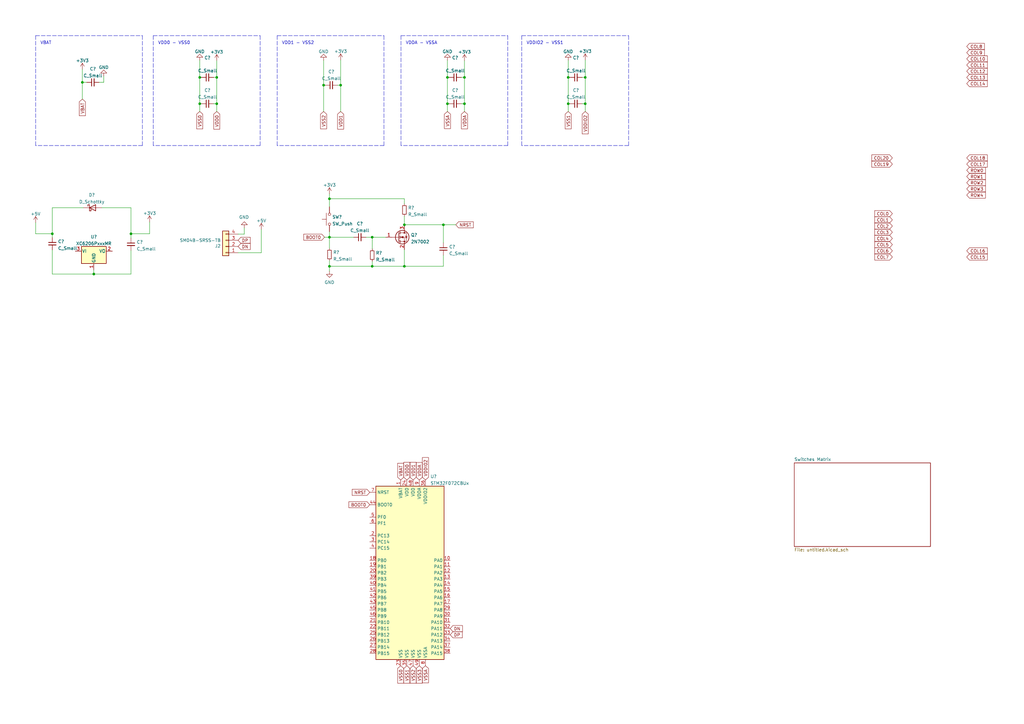
<source format=kicad_sch>
(kicad_sch (version 20211123) (generator eeschema)
  (paper "A3")
  (lib_symbols
    (symbol "Connector_Generic:Conn_01x04" (pin_names (offset 1.016) hide)
      (property "Reference" "J" (at 0 5.08 0))
      (property "Value" "Conn_01x04" (at 0 -7.62 0))
      (symbol "Conn_01x04_1_1"
        (rectangle (start -1.27 -4.953) (end 0 -5.207) (stroke (width 0.1524)))
        (rectangle (start -1.27 -2.413) (end 0 -2.667) (stroke (width 0.1524)))
        (rectangle (start -1.27 0.127) (end 0 -0.127) (stroke (width 0.1524)))
        (rectangle (start -1.27 2.667) (end 0 2.413) (stroke (width 0.1524)))
        (rectangle (start -1.27 3.81) (end 1.27 -6.35) (stroke (width 0.254)) (fill (type background)))
        (pin passive line (at -5.08 2.54 0) (length 3.81) (name "Pin_1") (number "1"))
        (pin passive line (at -5.08 0 0) (length 3.81) (name "Pin_2") (number "2"))
        (pin passive line (at -5.08 -2.54 0) (length 3.81) (name "Pin_3") (number "3"))
        (pin passive line (at -5.08 -5.08 0) (length 3.81) (name "Pin_4") (number "4"))
      )
    )
    (symbol "Device:C_Small" (pin_numbers hide) (pin_names (offset 0.254) hide)
      (property "Reference" "C" (at 0.254 1.778 0))
      (property "Value" "C_Small" (at 0.254 -2.032 0))
      (symbol "C_Small_0_1"
        (polyline (pts (xy -1.524 -0.508) (xy 1.524 -0.508)) (stroke (width 0.3302)))
        (polyline (pts (xy -1.524 0.508) (xy 1.524 0.508)) (stroke (width 0.3048)))
      )
      (symbol "C_Small_1_1"
        (pin passive line (at 0 2.54 270) (length 2.032) (name "~") (number "1"))
        (pin passive line (at 0 -2.54 90) (length 2.032) (name "~") (number "2"))
      )
    )
    (symbol "Device:D_Schottky" (pin_numbers hide) (pin_names (offset 1.016) hide)
      (property "Reference" "D" (at 0 2.54 0))
      (property "Value" "D_Schottky" (at 0 -2.54 0))
      (symbol "D_Schottky_0_1"
        (polyline (pts (xy 1.27 0) (xy -1.27 0)))
        (polyline (pts (xy 1.27 1.27) (xy 1.27 -1.27) (xy -1.27 0) (xy 1.27 1.27)) (stroke (width 0.254)))
        (polyline (pts (xy -1.905 0.635) (xy -1.905 1.27) (xy -1.27 1.27) (xy -1.27 -1.27) (xy -0.635 -1.27) (xy -0.635 -0.635)) (stroke (width 0.254)))
      )
      (symbol "D_Schottky_1_1"
        (pin passive line (at -3.81 0 0) (length 2.54) (name "K") (number "1"))
        (pin passive line (at 3.81 0 180) (length 2.54) (name "A") (number "2"))
      )
    )
    (symbol "Device:R_Small" (pin_numbers hide) (pin_names (offset 0.254) hide)
      (property "Reference" "R" (at 0.762 0.508 0))
      (property "Value" "R_Small" (at 0.762 -1.016 0))
      (symbol "R_Small_0_1"
        (rectangle (start -0.762 1.778) (end 0.762 -1.778) (stroke (width 0.2032)))
      )
      (symbol "R_Small_1_1"
        (pin passive line (at 0 2.54 270) (length 0.762) (name "~") (number "1"))
        (pin passive line (at 0 -2.54 90) (length 0.762) (name "~") (number "2"))
      )
    )
    (symbol "MCU_ST_STM32F0:STM32F072CBUx"
      (property "Reference" "U" (at -15.24 36.83 0))
      (property "Value" "STM32F072CBUx" (at 7.62 36.83 0))
      (symbol "STM32F072CBUx_0_1"
        (rectangle (start -15.24 -35.56) (end 12.7 35.56) (stroke (width 0.254)) (fill (type background)))
      )
      (symbol "STM32F072CBUx_1_1"
        (pin power_in line (at -5.08 38.1 270) (length 2.54) (name "VBAT") (number "1"))
        (pin bidirectional line (at 15.24 5.08 180) (length 2.54) (name "PA0") (number "10"))
        (pin bidirectional line (at 15.24 2.54 180) (length 2.54) (name "PA1") (number "11"))
        (pin bidirectional line (at 15.24 0 180) (length 2.54) (name "PA2") (number "12"))
        (pin bidirectional line (at 15.24 -2.54 180) (length 2.54) (name "PA3") (number "13"))
        (pin bidirectional line (at 15.24 -5.08 180) (length 2.54) (name "PA4") (number "14"))
        (pin bidirectional line (at 15.24 -7.62 180) (length 2.54) (name "PA5") (number "15"))
        (pin bidirectional line (at 15.24 -10.16 180) (length 2.54) (name "PA6") (number "16"))
        (pin bidirectional line (at 15.24 -12.7 180) (length 2.54) (name "PA7") (number "17"))
        (pin bidirectional line (at -17.78 5.08 0) (length 2.54) (name "PB0") (number "18"))
        (pin bidirectional line (at -17.78 2.54 0) (length 2.54) (name "PB1") (number "19"))
        (pin bidirectional line (at -17.78 15.24 0) (length 2.54) (name "PC13") (number "2"))
        (pin bidirectional line (at -17.78 0 0) (length 2.54) (name "PB2") (number "20"))
        (pin bidirectional line (at -17.78 -20.32 0) (length 2.54) (name "PB10") (number "21"))
        (pin bidirectional line (at -17.78 -22.86 0) (length 2.54) (name "PB11") (number "22"))
        (pin power_in line (at -5.08 -38.1 90) (length 2.54) (name "VSS") (number "23"))
        (pin power_in line (at -2.54 38.1 270) (length 2.54) (name "VDD") (number "24"))
        (pin bidirectional line (at -17.78 -25.4 0) (length 2.54) (name "PB12") (number "25"))
        (pin bidirectional line (at -17.78 -27.94 0) (length 2.54) (name "PB13") (number "26"))
        (pin bidirectional line (at -17.78 -30.48 0) (length 2.54) (name "PB14") (number "27"))
        (pin bidirectional line (at -17.78 -33.02 0) (length 2.54) (name "PB15") (number "28"))
        (pin bidirectional line (at 15.24 -15.24 180) (length 2.54) (name "PA8") (number "29"))
        (pin bidirectional line (at -17.78 12.7 0) (length 2.54) (name "PC14") (number "3"))
        (pin bidirectional line (at 15.24 -17.78 180) (length 2.54) (name "PA9") (number "30"))
        (pin bidirectional line (at 15.24 -20.32 180) (length 2.54) (name "PA10") (number "31"))
        (pin bidirectional line (at 15.24 -22.86 180) (length 2.54) (name "PA11") (number "32"))
        (pin bidirectional line (at 15.24 -25.4 180) (length 2.54) (name "PA12") (number "33"))
        (pin bidirectional line (at 15.24 -27.94 180) (length 2.54) (name "PA13") (number "34"))
        (pin power_in line (at -2.54 -38.1 90) (length 2.54) (name "VSS") (number "35"))
        (pin power_in line (at 5.08 38.1 270) (length 2.54) (name "VDDIO2") (number "36"))
        (pin bidirectional line (at 15.24 -30.48 180) (length 2.54) (name "PA14") (number "37"))
        (pin bidirectional line (at 15.24 -33.02 180) (length 2.54) (name "PA15") (number "38"))
        (pin bidirectional line (at -17.78 -2.54 0) (length 2.54) (name "PB3") (number "39"))
        (pin bidirectional line (at -17.78 10.16 0) (length 2.54) (name "PC15") (number "4"))
        (pin bidirectional line (at -17.78 -5.08 0) (length 2.54) (name "PB4") (number "40"))
        (pin bidirectional line (at -17.78 -7.62 0) (length 2.54) (name "PB5") (number "41"))
        (pin bidirectional line (at -17.78 -10.16 0) (length 2.54) (name "PB6") (number "42"))
        (pin bidirectional line (at -17.78 -12.7 0) (length 2.54) (name "PB7") (number "43"))
        (pin input line (at -17.78 27.94 0) (length 2.54) (name "BOOT0") (number "44"))
        (pin bidirectional line (at -17.78 -15.24 0) (length 2.54) (name "PB8") (number "45"))
        (pin bidirectional line (at -17.78 -17.78 0) (length 2.54) (name "PB9") (number "46"))
        (pin power_in line (at 0 -38.1 90) (length 2.54) (name "VSS") (number "47"))
        (pin power_in line (at 0 38.1 270) (length 2.54) (name "VDD") (number "48"))
        (pin power_in line (at 2.54 -38.1 90) (length 2.54) (name "VSS") (number "49"))
        (pin input line (at -17.78 22.86 0) (length 2.54) (name "PF0") (number "5"))
        (pin input line (at -17.78 20.32 0) (length 2.54) (name "PF1") (number "6"))
        (pin input line (at -17.78 33.02 0) (length 2.54) (name "NRST") (number "7"))
        (pin power_in line (at 5.08 -38.1 90) (length 2.54) (name "VSSA") (number "8"))
        (pin power_in line (at 2.54 38.1 270) (length 2.54) (name "VDDA") (number "9"))
      )
    )
    (symbol "Regulator_Linear:XC6206PxxxMR" (pin_names (offset 0.254))
      (property "Reference" "U" (at -3.81 3.175 0))
      (property "Value" "XC6206PxxxMR" (at 0 3.175 0))
      (symbol "XC6206PxxxMR_0_1"
        (rectangle (start -5.08 1.905) (end 5.08 -5.08) (stroke (width 0.254)) (fill (type background)))
      )
      (symbol "XC6206PxxxMR_1_1"
        (pin power_in line (at 0 -7.62 90) (length 2.54) (name "GND") (number "1"))
        (pin power_out line (at 7.62 0 180) (length 2.54) (name "VO") (number "2"))
        (pin power_in line (at -7.62 0 0) (length 2.54) (name "VI") (number "3"))
      )
    )
    (symbol "Switch:SW_Push" (pin_numbers hide) (pin_names (offset 1.016) hide)
      (property "Reference" "SW" (at 1.27 2.54 0))
      (property "Value" "SW_Push" (at 0 -1.524 0))
      (symbol "SW_Push_0_1"
        (circle (center -2.032 0) (radius 0.508))
        (polyline (pts (xy 0 1.27) (xy 0 3.048)))
        (polyline (pts (xy 2.54 1.27) (xy -2.54 1.27)))
        (circle (center 2.032 0) (radius 0.508))
        (pin passive line (at -5.08 0 0) (length 2.54) (name "1") (number "1"))
        (pin passive line (at 5.08 0 180) (length 2.54) (name "2") (number "2"))
      )
    )
    (symbol "Transistor_FET:2N7002" (pin_names hide)
      (property "Reference" "Q" (at 5.08 1.905 0))
      (property "Value" "2N7002" (at 5.08 0 0))
      (symbol "2N7002_0_1"
        (polyline (pts (xy 0.254 0) (xy -2.54 0)))
        (polyline (pts (xy 0.254 1.905) (xy 0.254 -1.905)) (stroke (width 0.254)))
        (polyline (pts (xy 0.762 -1.27) (xy 0.762 -2.286)) (stroke (width 0.254)))
        (polyline (pts (xy 0.762 0.508) (xy 0.762 -0.508)) (stroke (width 0.254)))
        (polyline (pts (xy 0.762 2.286) (xy 0.762 1.27)) (stroke (width 0.254)))
        (polyline (pts (xy 2.54 2.54) (xy 2.54 1.778)))
        (polyline (pts (xy 2.54 -2.54) (xy 2.54 0) (xy 0.762 0)))
        (polyline (pts (xy 0.762 -1.778) (xy 3.302 -1.778) (xy 3.302 1.778) (xy 0.762 1.778)))
        (polyline (pts (xy 1.016 0) (xy 2.032 0.381) (xy 2.032 -0.381) (xy 1.016 0)) (fill (type outline)))
        (polyline (pts (xy 2.794 0.508) (xy 2.921 0.381) (xy 3.683 0.381) (xy 3.81 0.254)))
        (polyline (pts (xy 3.302 0.381) (xy 2.921 -0.254) (xy 3.683 -0.254) (xy 3.302 0.381)))
        (circle (center 1.651 0) (radius 2.794) (stroke (width 0.254)))
        (circle (center 2.54 -1.778) (radius 0.254) (fill (type outline)))
        (circle (center 2.54 1.778) (radius 0.254) (fill (type outline)))
      )
      (symbol "2N7002_1_1"
        (pin input line (at -5.08 0 0) (length 2.54) (name "G") (number "1"))
        (pin passive line (at 2.54 -5.08 90) (length 2.54) (name "S") (number "2"))
        (pin passive line (at 2.54 5.08 270) (length 2.54) (name "D") (number "3"))
      )
    )
    (symbol "power:+3.3V" (power) (pin_names (offset 0))
      (property "Value" "+3.3V" (at 0 3.556 0))
      (symbol "+3.3V_0_1"
        (polyline (pts (xy -0.762 1.27) (xy 0 2.54)))
        (polyline (pts (xy 0 0) (xy 0 2.54)))
        (polyline (pts (xy 0 2.54) (xy 0.762 1.27)))
      )
      (symbol "+3.3V_1_1"
        (pin power_in line (at 0 0 90) (length 0) hide (name "+3V3") (number "1"))
      )
    )
    (symbol "power:+5V" (power) (pin_names (offset 0))
      (property "Value" "+5V" (at 0 3.556 0))
      (symbol "+5V_0_1"
        (polyline (pts (xy -0.762 1.27) (xy 0 2.54)))
        (polyline (pts (xy 0 0) (xy 0 2.54)))
        (polyline (pts (xy 0 2.54) (xy 0.762 1.27)))
      )
      (symbol "+5V_1_1"
        (pin power_in line (at 0 0 90) (length 0) hide (name "+5V") (number "1"))
      )
    )
    (symbol "power:GND" (power) (pin_names (offset 0))
      (property "Value" "GND" (at 0 -3.81 0))
      (symbol "GND_0_1"
        (polyline (pts (xy 0 0) (xy 0 -1.27) (xy 1.27 -1.27) (xy 0 -2.54) (xy -1.27 -1.27) (xy 0 -1.27)))
      )
      (symbol "GND_1_1"
        (pin power_in line (at 0 0 270) (length 0) hide (name "GND") (number "1"))
      )
    )
  )
  (junction (at 135.128 97.282))
  (junction (at 132.715 34.925))
  (junction (at 233.045 31.75))
  (junction (at 88.9 31.75))
  (junction (at 53.721 95.885))
  (junction (at 233.045 42.545))
  (junction (at 152.654 97.282))
  (junction (at 88.9 42.545))
  (junction (at 190.5 31.75))
  (junction (at 33.782 33.782))
  (junction (at 81.915 31.75))
  (junction (at 81.915 42.545))
  (junction (at 135.128 81.534))
  (junction (at 38.481 112.395))
  (junction (at 240.03 42.545))
  (junction (at 183.515 31.75))
  (junction (at 165.862 109.22))
  (junction (at 183.515 42.545))
  (junction (at 181.864 92.202))
  (junction (at 190.5 42.545))
  (junction (at 152.654 109.22))
  (junction (at 135.128 109.22))
  (junction (at 240.03 31.75))
  (junction (at 165.862 92.202))
  (junction (at 139.7 34.925))
  (junction (at 21.463 95.885))
  (wire (pts (xy 53.721 95.885) (xy 53.721 85.217)))
  (wire (pts (xy 33.782 28.448) (xy 33.782 33.782)))
  (wire (pts (xy 240.03 24.638) (xy 240.03 31.75)))
  (polyline (pts (xy 208.28 14.605) (xy 208.28 59.69)))
  (polyline (pts (xy 14.605 59.69) (xy 14.605 14.605)))
  (polyline (pts (xy 257.81 59.69) (xy 213.995 59.69)))
  (wire (pts (xy 53.721 85.217) (xy 41.783 85.217)))
  (wire (pts (xy 100.203 96.012) (xy 100.203 93.472)))
  (wire (pts (xy 181.864 92.202) (xy 186.944 92.202)))
  (wire (pts (xy 61.341 91.059) (xy 61.341 95.885)))
  (wire (pts (xy 133.096 97.282) (xy 135.128 97.282)))
  (polyline (pts (xy 208.28 59.69) (xy 164.465 59.69)))
  (wire (pts (xy 21.463 112.395) (xy 38.481 112.395)))
  (polyline (pts (xy 213.995 14.605) (xy 257.81 14.605)))
  (wire (pts (xy 132.715 34.925) (xy 132.715 45.72)))
  (wire (pts (xy 138.43 34.925) (xy 139.7 34.925)))
  (wire (pts (xy 33.782 33.782) (xy 33.782 40.64)))
  (wire (pts (xy 183.515 31.75) (xy 183.515 42.545)))
  (wire (pts (xy 165.862 81.534) (xy 135.128 81.534)))
  (wire (pts (xy 81.915 24.765) (xy 81.915 31.75)))
  (wire (pts (xy 139.7 24.638) (xy 139.7 34.925)))
  (wire (pts (xy 233.045 42.545) (xy 233.045 45.72)))
  (polyline (pts (xy 113.665 59.69) (xy 113.665 14.605)))
  (polyline (pts (xy 157.48 59.69) (xy 113.665 59.69)))
  (wire (pts (xy 33.782 33.782) (xy 35.56 33.782)))
  (polyline (pts (xy 58.42 59.69) (xy 14.605 59.69)))
  (wire (pts (xy 81.915 42.545) (xy 82.55 42.545)))
  (wire (pts (xy 97.663 96.012) (xy 100.203 96.012)))
  (wire (pts (xy 233.045 42.545) (xy 233.68 42.545)))
  (wire (pts (xy 135.128 109.22) (xy 152.654 109.22)))
  (wire (pts (xy 21.463 102.489) (xy 21.463 112.395)))
  (wire (pts (xy 183.515 24.765) (xy 183.515 31.75)))
  (polyline (pts (xy 58.42 14.605) (xy 58.42 59.69)))
  (polyline (pts (xy 106.68 14.605) (xy 106.68 59.69)))
  (wire (pts (xy 233.045 31.75) (xy 233.045 42.545)))
  (wire (pts (xy 150.114 97.282) (xy 152.654 97.282)))
  (wire (pts (xy 34.163 85.217) (xy 21.463 85.217)))
  (polyline (pts (xy 164.465 59.69) (xy 164.465 14.605)))
  (wire (pts (xy 165.862 92.202) (xy 181.864 92.202)))
  (wire (pts (xy 135.128 97.282) (xy 135.128 101.854)))
  (wire (pts (xy 132.715 34.925) (xy 133.35 34.925)))
  (polyline (pts (xy 257.81 14.605) (xy 257.81 59.69)))
  (polyline (pts (xy 14.605 14.605) (xy 58.42 14.605)))
  (polyline (pts (xy 106.68 59.69) (xy 62.865 59.69)))
  (wire (pts (xy 81.915 31.75) (xy 82.55 31.75)))
  (wire (pts (xy 81.915 42.545) (xy 81.915 45.72)))
  (wire (pts (xy 135.128 109.22) (xy 135.128 111.252)))
  (wire (pts (xy 152.654 97.282) (xy 158.242 97.282)))
  (polyline (pts (xy 213.995 59.69) (xy 213.995 14.605)))
  (wire (pts (xy 135.128 106.934) (xy 135.128 109.22)))
  (wire (pts (xy 97.663 103.632) (xy 107.188 103.632)))
  (wire (pts (xy 53.721 97.663) (xy 53.721 95.885)))
  (wire (pts (xy 189.23 42.545) (xy 190.5 42.545)))
  (wire (pts (xy 183.515 42.545) (xy 183.515 45.72)))
  (wire (pts (xy 238.76 31.75) (xy 240.03 31.75)))
  (wire (pts (xy 181.864 109.22) (xy 165.862 109.22)))
  (wire (pts (xy 189.23 31.75) (xy 190.5 31.75)))
  (wire (pts (xy 238.76 42.545) (xy 240.03 42.545)))
  (wire (pts (xy 139.7 34.925) (xy 139.7 45.72)))
  (wire (pts (xy 190.5 31.75) (xy 190.5 42.545)))
  (wire (pts (xy 165.862 88.646) (xy 165.862 92.202)))
  (wire (pts (xy 152.654 97.282) (xy 152.654 102.108)))
  (wire (pts (xy 42.545 33.782) (xy 42.545 31.242)))
  (wire (pts (xy 135.128 81.534) (xy 135.128 84.836)))
  (polyline (pts (xy 157.48 14.605) (xy 157.48 59.69)))
  (wire (pts (xy 88.9 42.545) (xy 88.9 45.72)))
  (wire (pts (xy 14.605 95.885) (xy 21.463 95.885)))
  (polyline (pts (xy 62.865 14.605) (xy 106.68 14.605)))
  (wire (pts (xy 132.715 24.765) (xy 132.715 34.925)))
  (wire (pts (xy 181.864 104.648) (xy 181.864 109.22)))
  (wire (pts (xy 21.463 85.217) (xy 21.463 95.885)))
  (wire (pts (xy 135.128 79.502) (xy 135.128 81.534)))
  (wire (pts (xy 165.862 109.22) (xy 152.654 109.22)))
  (wire (pts (xy 81.915 31.75) (xy 81.915 42.545)))
  (wire (pts (xy 38.481 110.617) (xy 38.481 112.395)))
  (wire (pts (xy 181.864 92.202) (xy 181.864 99.568)))
  (wire (pts (xy 183.515 42.545) (xy 184.15 42.545)))
  (polyline (pts (xy 164.465 14.605) (xy 208.28 14.605)))
  (wire (pts (xy 87.63 31.75) (xy 88.9 31.75)))
  (wire (pts (xy 183.515 31.75) (xy 184.15 31.75)))
  (wire (pts (xy 107.188 103.632) (xy 107.188 94.107)))
  (wire (pts (xy 233.045 24.765) (xy 233.045 31.75)))
  (wire (pts (xy 165.862 83.566) (xy 165.862 81.534)))
  (wire (pts (xy 240.03 42.545) (xy 240.03 45.72)))
  (wire (pts (xy 40.64 33.782) (xy 42.545 33.782)))
  (wire (pts (xy 233.045 31.75) (xy 233.68 31.75)))
  (wire (pts (xy 190.5 24.892) (xy 190.5 31.75)))
  (wire (pts (xy 21.463 95.885) (xy 21.463 97.409)))
  (wire (pts (xy 135.128 94.996) (xy 135.128 97.282)))
  (polyline (pts (xy 62.865 59.69) (xy 62.865 14.605)))
  (wire (pts (xy 165.862 102.362) (xy 165.862 109.22)))
  (wire (pts (xy 88.9 24.892) (xy 88.9 31.75)))
  (wire (pts (xy 38.481 112.395) (xy 53.721 112.395)))
  (wire (pts (xy 53.721 112.395) (xy 53.721 102.743)))
  (wire (pts (xy 61.341 95.885) (xy 53.721 95.885)))
  (wire (pts (xy 14.605 91.313) (xy 14.605 95.885)))
  (polyline (pts (xy 113.665 14.605) (xy 157.48 14.605)))
  (wire (pts (xy 87.63 42.545) (xy 88.9 42.545)))
  (wire (pts (xy 135.128 97.282) (xy 145.034 97.282)))
  (wire (pts (xy 88.9 31.75) (xy 88.9 42.545)))
  (wire (pts (xy 190.5 42.545) (xy 190.5 45.72)))
  (wire (pts (xy 152.654 109.22) (xy 152.654 107.188)))
  (wire (pts (xy 240.03 31.75) (xy 240.03 42.545)))
  (text "VBAT" (at 16.51 18.415 0) (effects (font (size 1.27 1.27)) (justify left bottom)))
  (text "VDD0 - VSS0" (at 64.77 18.415 0) (effects (font (size 1.27 1.27)) (justify left bottom)))
  (text "VDD1 - VSS2" (at 115.57 18.415 0) (effects (font (size 1.27 1.27)) (justify left bottom)))
  (text "VDDA - VSSA" (at 166.37 18.415 0) (effects (font (size 1.27 1.27)) (justify left bottom)))
  (text "VDDIO2 - VSS1" (at 215.9 18.415 0) (effects (font (size 1.27 1.27)) (justify left bottom)))
  (global_label "VDD0" (shape input) (at 166.878 196.85 90) (property "Intersheet References" "${INTERSHEET_REFS}" (effects hide)))
  (global_label "COL14" (shape input) (at 396.494 34.29 0) (property "Intersheet References" "${INTERSHEET_REFS}" (effects hide)))
  (global_label "VDDA" (shape input) (at 171.958 196.85 90) (property "Intersheet References" "${INTERSHEET_REFS}" (effects hide)))
  (global_label "ROW1" (shape input) (at 396.494 72.39 0) (property "Intersheet References" "${INTERSHEET_REFS}" (effects hide)))
  (global_label "COL5" (shape input) (at 366.014 100.33 180) (property "Intersheet References" "${INTERSHEET_REFS}" (effects hide)))
  (global_label "VDD1" (shape input) (at 169.418 196.85 90) (property "Intersheet References" "${INTERSHEET_REFS}" (effects hide)))
  (global_label "NRST" (shape input) (at 151.638 201.93 180) (property "Intersheet References" "${INTERSHEET_REFS}" (effects hide)))
  (global_label "COL4" (shape input) (at 366.014 97.79 180) (property "Intersheet References" "${INTERSHEET_REFS}" (effects hide)))
  (global_label "COL10" (shape input) (at 396.494 24.13 0) (property "Intersheet References" "${INTERSHEET_REFS}" (effects hide)))
  (global_label "VDD1" (shape input) (at 139.7 45.72 270) (property "Intersheet References" "${INTERSHEET_REFS}" (effects hide)))
  (global_label "COL11" (shape input) (at 396.494 26.67 0) (property "Intersheet References" "${INTERSHEET_REFS}" (effects hide)))
  (global_label "VSSA" (shape input) (at 183.515 45.72 270) (property "Intersheet References" "${INTERSHEET_REFS}" (effects hide)))
  (global_label "COL19" (shape input) (at 366.014 67.31 180) (property "Intersheet References" "${INTERSHEET_REFS}" (effects hide)))
  (global_label "COL0" (shape input) (at 366.014 87.63 180) (property "Intersheet References" "${INTERSHEET_REFS}" (effects hide)))
  (global_label "VSS0" (shape input) (at 81.915 45.72 270) (property "Intersheet References" "${INTERSHEET_REFS}" (effects hide)))
  (global_label "VSS1" (shape input) (at 233.045 45.72 270) (property "Intersheet References" "${INTERSHEET_REFS}" (effects hide)))
  (global_label "ROW0" (shape input) (at 396.494 69.85 0) (property "Intersheet References" "${INTERSHEET_REFS}" (effects hide)))
  (global_label "COL15" (shape input) (at 396.494 105.41 0) (property "Intersheet References" "${INTERSHEET_REFS}" (effects hide)))
  (global_label "VDDIO2" (shape input) (at 174.498 196.85 90) (property "Intersheet References" "${INTERSHEET_REFS}" (effects hide)))
  (global_label "DN" (shape input) (at 97.663 101.092 0) (property "Intersheet References" "${INTERSHEET_REFS}" (effects hide)))
  (global_label "COL3" (shape input) (at 366.014 95.25 180) (property "Intersheet References" "${INTERSHEET_REFS}" (effects hide)))
  (global_label "COL16" (shape input) (at 396.494 102.87 0) (property "Intersheet References" "${INTERSHEET_REFS}" (effects hide)))
  (global_label "ROW3" (shape input) (at 396.494 77.47 0) (property "Intersheet References" "${INTERSHEET_REFS}" (effects hide)))
  (global_label "VSS2" (shape input) (at 132.715 45.72 270) (property "Intersheet References" "${INTERSHEET_REFS}" (effects hide)))
  (global_label "COL13" (shape input) (at 396.494 31.75 0) (property "Intersheet References" "${INTERSHEET_REFS}" (effects hide)))
  (global_label "DP" (shape input) (at 97.663 98.552 0) (property "Intersheet References" "${INTERSHEET_REFS}" (effects hide)))
  (global_label "NRST" (shape input) (at 186.944 92.202 0) (property "Intersheet References" "${INTERSHEET_REFS}" (effects hide)))
  (global_label "ROW2" (shape input) (at 396.494 74.93 0) (property "Intersheet References" "${INTERSHEET_REFS}" (effects hide)))
  (global_label "COL18" (shape input) (at 396.494 64.77 0) (property "Intersheet References" "${INTERSHEET_REFS}" (effects hide)))
  (global_label "COL7" (shape input) (at 366.014 105.41 180) (property "Intersheet References" "${INTERSHEET_REFS}" (effects hide)))
  (global_label "VBAT" (shape input) (at 33.782 40.64 270) (property "Intersheet References" "${INTERSHEET_REFS}" (effects hide)))
  (global_label "BOOT0" (shape input) (at 151.638 207.01 180) (property "Intersheet References" "${INTERSHEET_REFS}" (effects hide)))
  (global_label "VDD0" (shape input) (at 88.9 45.72 270) (property "Intersheet References" "${INTERSHEET_REFS}" (effects hide)))
  (global_label "COL8" (shape input) (at 396.494 19.05 0) (property "Intersheet References" "${INTERSHEET_REFS}" (effects hide)))
  (global_label "VDDIO2" (shape input) (at 240.03 45.72 270) (property "Intersheet References" "${INTERSHEET_REFS}" (effects hide)))
  (global_label "COL9" (shape input) (at 396.494 21.59 0) (property "Intersheet References" "${INTERSHEET_REFS}" (effects hide)))
  (global_label "COL2" (shape input) (at 366.014 92.71 180) (property "Intersheet References" "${INTERSHEET_REFS}" (effects hide)))
  (global_label "VSS0" (shape input) (at 164.338 273.05 270) (property "Intersheet References" "${INTERSHEET_REFS}" (effects hide)))
  (global_label "COL1" (shape input) (at 366.014 90.17 180) (property "Intersheet References" "${INTERSHEET_REFS}" (effects hide)))
  (global_label "COL17" (shape input) (at 396.494 67.31 0) (property "Intersheet References" "${INTERSHEET_REFS}" (effects hide)))
  (global_label "VSS3" (shape input) (at 171.958 273.05 270) (property "Intersheet References" "${INTERSHEET_REFS}" (effects hide)))
  (global_label "VSS1" (shape input) (at 166.878 273.05 270) (property "Intersheet References" "${INTERSHEET_REFS}" (effects hide)))
  (global_label "COL12" (shape input) (at 396.494 29.21 0) (property "Intersheet References" "${INTERSHEET_REFS}" (effects hide)))
  (global_label "VSSA" (shape input) (at 174.498 273.05 270) (property "Intersheet References" "${INTERSHEET_REFS}" (effects hide)))
  (global_label "BOOT0" (shape input) (at 133.096 97.282 180) (property "Intersheet References" "${INTERSHEET_REFS}" (effects hide)))
  (global_label "VSS2" (shape input) (at 169.418 273.05 270) (property "Intersheet References" "${INTERSHEET_REFS}" (effects hide)))
  (global_label "DP" (shape input) (at 184.658 260.35 0) (property "Intersheet References" "${INTERSHEET_REFS}" (effects hide)))
  (global_label "VBAT" (shape input) (at 164.338 196.85 90) (property "Intersheet References" "${INTERSHEET_REFS}" (effects hide)))
  (global_label "COL6" (shape input) (at 366.014 102.87 180) (property "Intersheet References" "${INTERSHEET_REFS}" (effects hide)))
  (global_label "COL20" (shape input) (at 366.014 64.77 180) (property "Intersheet References" "${INTERSHEET_REFS}" (effects hide)))
  (global_label "DN" (shape input) (at 184.658 257.81 0) (property "Intersheet References" "${INTERSHEET_REFS}" (effects hide)))
  (global_label "ROW4" (shape input) (at 396.494 80.01 0) (property "Intersheet References" "${INTERSHEET_REFS}" (effects hide)))
  (global_label "VDDA" (shape input) (at 190.5 45.72 270) (property "Intersheet References" "${INTERSHEET_REFS}" (effects hide)))
  (symbol (lib_id "Switch:SW_Push") (at 135.128 89.916 90) (unit 1)
    (property "Reference" "SW?" (at 136.271 89.0075 90) (effects (justify right)))
    (property "Value" "SW_Push" (at 136.271 91.7826 90) (effects (justify right)))
  )
  (symbol (lib_id "Connector_Generic:Conn_01x04") (at 92.583 101.092 180) (unit 1)
    (property "Reference" "J2" (at 90.551 100.8888 0) (effects (justify left)))
    (property "Value" "SM04B-SRSS-TB" (at 90.551 98.5774 0) (effects (justify left)))
    (property "Footprint" "random-keyboard-parts:JST-SR-4" (effects hide))
  )
  (symbol (lib_id "power:+3.3V") (at 139.7 24.638 0) (unit 1)
    (property "Reference" "#PWR?" (effects hide))
    (property "Value" "+3.3V" (at 139.7 21.0335 0))
  )
  (symbol (lib_id "Device:C_Small") (at 236.22 31.75 90) (unit 1)
    (property "Reference" "C?" (at 236.2263 23.6814 90))
    (property "Value" "C_Small" (at 236.2263 28.9965 90))
  )
  (symbol (lib_id "Device:C_Small") (at 186.69 31.75 90) (unit 1)
    (property "Reference" "C?" (at 186.6963 23.6814 90))
    (property "Value" "C_Small" (at 186.6963 28.9965 90))
  )
  (symbol (lib_id "Device:C_Small") (at 38.1 33.782 90) (unit 1)
    (property "Reference" "C?" (at 38.1063 28.2534 90))
    (property "Value" "C_Small" (at 38.1063 31.0285 90))
  )
  (symbol (lib_id "power:GND") (at 135.128 111.252 0) (unit 1)
    (property "Reference" "#PWR?" (effects hide))
    (property "Value" "GND" (at 135.128 115.8145 0))
  )
  (symbol (lib_id "power:GND") (at 42.545 31.242 180) (unit 1)
    (property "Reference" "#PWR?" (effects hide))
    (property "Value" "GND" (at 42.545 27.6375 0))
  )
  (symbol (lib_id "power:+3.3V") (at 61.341 91.059 0) (unit 1)
    (property "Reference" "#PWR?" (effects hide))
    (property "Value" "+3.3V" (at 61.341 87.4545 0))
  )
  (symbol (lib_id "Device:C_Small") (at 85.09 31.75 90) (unit 1)
    (property "Reference" "C?" (at 85.0963 23.6814 90))
    (property "Value" "C_Small" (at 85.0963 28.9965 90))
  )
  (symbol (lib_id "power:+3.3V") (at 88.9 24.892 0) (unit 1)
    (property "Reference" "#PWR?" (effects hide))
    (property "Value" "+3.3V" (at 88.9 21.2875 0))
  )
  (symbol (lib_id "power:+5V") (at 107.188 94.107 0) (unit 1)
    (property "Reference" "#PWR?" (effects hide))
    (property "Value" "+5V" (at 107.188 90.5025 0))
  )
  (symbol (lib_id "power:GND") (at 100.203 93.472 180) (unit 1)
    (property "Reference" "#PWR0104" (effects hide))
    (property "Value" "GND" (at 100.076 89.0778 0))
  )
  (symbol (lib_id "Regulator_Linear:XC6206PxxxMR") (at 38.481 102.997 0) (unit 1)
    (property "Reference" "U?" (at 38.481 97.1255 0))
    (property "Value" "XC6206PxxxMR" (at 38.481 99.9006 0))
    (property "Footprint" "Package_TO_SOT_SMD:SOT-23" (effects hide))
    (property "Datasheet" "https://www.torexsemi.com/file/xc6206/XC6206.pdf" (effects hide))
  )
  (symbol (lib_id "MCU_ST_STM32F0:STM32F072CBUx") (at 169.418 234.95 0) (unit 1)
    (property "Reference" "U?" (at 176.5174 195.4235 0) (effects (justify left)))
    (property "Value" "STM32F072CBUx" (at 176.5174 198.1986 0) (effects (justify left)))
    (property "Footprint" "Package_DFN_QFN:QFN-48-1EP_7x7mm_P0.5mm_EP5.6x5.6mm" (effects hide))
    (property "Datasheet" "http://www.st.com/st-web-ui/static/active/en/resource/technical/document/datasheet/DM00090510.pdf" (effects hide))
  )
  (symbol (lib_id "Device:D_Schottky") (at 37.973 85.217 0) (unit 1)
    (property "Reference" "D?" (at 37.6555 79.9805 0))
    (property "Value" "D_Schottky" (at 37.6555 82.7556 0))
  )
  (symbol (lib_id "Device:C_Small") (at 236.22 42.545 90) (unit 1)
    (property "Reference" "C?" (at 236.2263 37.0164 90))
    (property "Value" "C_Small" (at 236.2263 39.7915 90))
  )
  (symbol (lib_id "Device:C_Small") (at 85.09 42.545 90) (unit 1)
    (property "Reference" "C?" (at 85.0963 37.0164 90))
    (property "Value" "C_Small" (at 85.0963 39.7915 90))
  )
  (symbol (lib_id "Device:C_Small") (at 186.69 42.545 90) (unit 1)
    (property "Reference" "C?" (at 186.6963 37.0164 90))
    (property "Value" "C_Small" (at 186.6963 39.7915 90))
  )
  (symbol (lib_id "power:+3.3V") (at 190.5 24.892 0) (unit 1)
    (property "Reference" "#PWR?" (effects hide))
    (property "Value" "+3.3V" (at 190.5 21.2875 0))
  )
  (symbol (lib_id "Device:R_Small") (at 165.862 86.106 0) (unit 1)
    (property "Reference" "R?" (at 167.3606 85.1975 0) (effects (justify left)))
    (property "Value" "R_Small" (at 167.3606 87.9726 0) (effects (justify left)))
  )
  (symbol (lib_id "Device:C_Small") (at 53.721 100.203 0) (unit 1)
    (property "Reference" "C?" (at 56.0451 99.3008 0) (effects (justify left)))
    (property "Value" "C_Small" (at 56.0451 102.0759 0) (effects (justify left)))
  )
  (symbol (lib_id "power:GND") (at 81.915 24.765 180) (unit 1)
    (property "Reference" "#PWR?" (effects hide))
    (property "Value" "GND" (at 81.915 21.1605 0))
  )
  (symbol (lib_id "power:+3.3V") (at 240.03 24.638 0) (unit 1)
    (property "Reference" "#PWR?" (effects hide))
    (property "Value" "+3.3V" (at 240.03 21.0335 0))
  )
  (symbol (lib_id "Device:C_Small") (at 21.463 99.949 0) (unit 1)
    (property "Reference" "C?" (at 23.7871 99.0468 0) (effects (justify left)))
    (property "Value" "C_Small" (at 23.7871 101.8219 0) (effects (justify left)))
  )
  (symbol (lib_id "Device:C_Small") (at 135.89 34.925 90) (unit 1)
    (property "Reference" "C?" (at 135.8963 29.3964 90))
    (property "Value" "C_Small" (at 135.8963 32.1715 90))
  )
  (symbol (lib_id "Device:R_Small") (at 152.654 104.648 0) (unit 1)
    (property "Reference" "R?" (at 154.1526 103.7395 0) (effects (justify left)))
    (property "Value" "R_Small" (at 154.1526 106.5146 0) (effects (justify left)))
  )
  (symbol (lib_id "power:GND") (at 183.515 24.765 180) (unit 1)
    (property "Reference" "#PWR?" (effects hide))
    (property "Value" "GND" (at 183.515 21.1605 0))
  )
  (symbol (lib_id "power:+3.3V") (at 135.128 79.502 0) (unit 1)
    (property "Reference" "#PWR?" (effects hide))
    (property "Value" "+3.3V" (at 135.128 75.8975 0))
  )
  (symbol (lib_id "Device:R_Small") (at 135.128 104.394 0) (unit 1)
    (property "Reference" "R?" (at 136.6266 103.4855 0) (effects (justify left)))
    (property "Value" "R_Small" (at 136.6266 106.2606 0) (effects (justify left)))
  )
  (symbol (lib_id "power:GND") (at 233.045 24.765 180) (unit 1)
    (property "Reference" "#PWR?" (effects hide))
    (property "Value" "GND" (at 233.045 21.1605 0))
  )
  (symbol (lib_id "power:+3.3V") (at 33.782 28.448 0) (unit 1)
    (property "Reference" "#PWR?" (effects hide))
    (property "Value" "+3.3V" (at 33.782 24.8435 0))
  )
  (symbol (lib_id "power:+5V") (at 14.605 91.313 0) (unit 1)
    (property "Reference" "#PWR?" (effects hide))
    (property "Value" "+5V" (at 14.605 87.7085 0))
  )
  (symbol (lib_id "Transistor_FET:2N7002") (at 163.322 97.282 0) (unit 1)
    (property "Reference" "Q?" (at 168.529 96.3735 0) (effects (justify left)))
    (property "Value" "2N7002" (at 168.529 99.1486 0) (effects (justify left)))
    (property "Footprint" "Package_TO_SOT_SMD:SOT-23" (effects hide))
    (property "Datasheet" "https://www.onsemi.com/pub/Collateral/NDS7002A-D.PDF" (effects hide))
  )
  (symbol (lib_id "Device:C_Small") (at 147.574 97.282 90) (unit 1)
    (property "Reference" "C?" (at 147.5803 91.7534 90))
    (property "Value" "C_Small" (at 147.5803 94.5285 90))
  )
  (symbol (lib_id "Device:C_Small") (at 181.864 102.108 0) (unit 1)
    (property "Reference" "C?" (at 184.1881 101.2058 0) (effects (justify left)))
    (property "Value" "C_Small" (at 184.1881 103.9809 0) (effects (justify left)))
  )
  (symbol (lib_id "power:GND") (at 132.715 24.765 180) (unit 1)
    (property "Reference" "#PWR?" (effects hide))
    (property "Value" "GND" (at 132.715 21.1605 0))
  )
  (sheet (at 325.755 189.865) (size 55.88 34.29) (stroke (width 0.1524))
    (property "Sheet name" "Switches Matrix" (at 325.755 189.1534 0) (effects (justify left bottom)))
    (property "Sheet file" "untitled.kicad_sch" (at 325.755 224.7396 0) (effects (justify left top)))
  )
)
</source>
